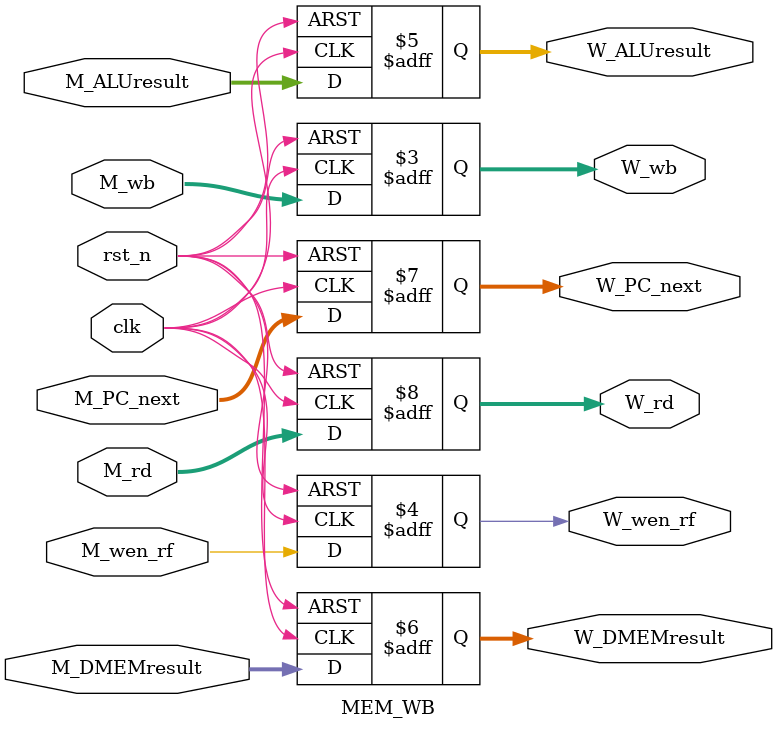
<source format=v>
module MEM_WB(
    input clk, rst_n,

    input [1:0] M_wb,
    input M_wen_rf,
    input [31:0] M_ALUresult,
    input [31:0] M_DMEMresult,
    input [31:0] M_PC_next,
    input [4:0] M_rd,

    output reg [1:0] W_wb,
    output reg W_wen_rf,
    output reg [31:0] W_ALUresult,
    output reg [31:0] W_DMEMresult,
    output reg [31:0] W_PC_next,
    output reg [4:0] W_rd
);

always @(posedge clk or negedge rst_n) begin
    if(~rst_n) begin
        W_wb <= 2'd0;
        W_wen_rf <= 1'd0;
        W_ALUresult <= 32'd0;
        W_DMEMresult <= 32'd0;
        W_PC_next <= 32'd0;
        W_rd <= 5'd0;
    end
    else begin
        W_wb <= M_wb;
        W_wen_rf <= M_wen_rf;
        W_ALUresult <= M_ALUresult;
        W_DMEMresult <= M_DMEMresult;
        W_PC_next <= M_PC_next;
        W_rd <= M_rd;
    end
end

endmodule
</source>
